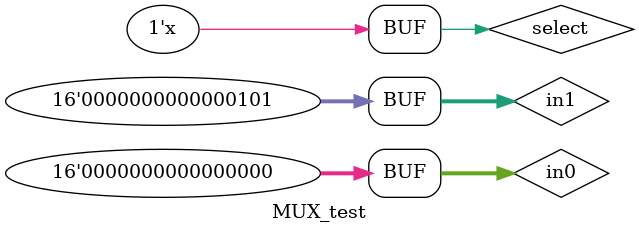
<source format=v>
`timescale 1ns / 1ps


module MUX_test;

	// Inputs
	reg select;
	reg [15:0] in0;
	reg [15:0] in1;

	// Outputs
	wire [15:0] out;

	// Instantiate the Unit Under Test (UUT)
	MUX uut (
		.select(select), 
		.in0(in0), 
		.in1(in1), 
		.out(out)
	);

	initial begin
		// Initialize Inputs
		select = 0;
		in0 = 0;
		in1 = 1;

		// Wait 100 ns for global reset to finish
		#12;
		in1 = in1 + 1;
		#12;
		in1 = in1 + 1;
		#12;
		in1 = in1 + 1;
		#12;
		in1 = in1 + 1;
        
		// Add stimulus here

	end
   always #20 select = ~select;   
endmodule


</source>
